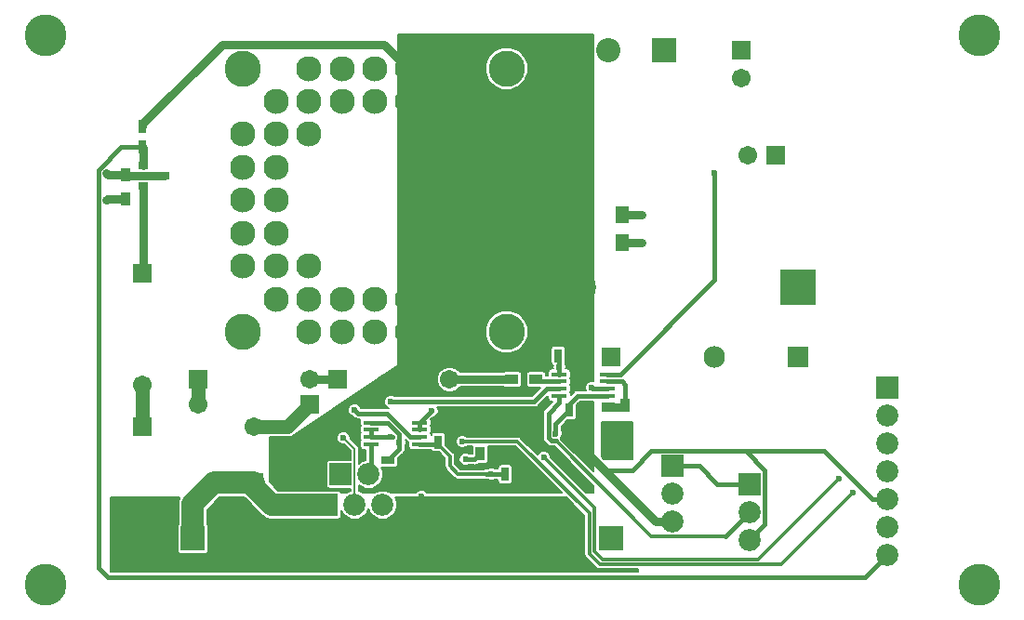
<source format=gbr>
G04 #@! TF.GenerationSoftware,KiCad,Pcbnew,(5.0.0)*
G04 #@! TF.CreationDate,2018-10-21T14:19:47+08:00*
G04 #@! TF.ProjectId,PSU 4CH V1_PCBV2,505355203443482056315F5043425632,rev?*
G04 #@! TF.SameCoordinates,Original*
G04 #@! TF.FileFunction,Copper,L2,Bot,Signal*
G04 #@! TF.FilePolarity,Positive*
%FSLAX46Y46*%
G04 Gerber Fmt 4.6, Leading zero omitted, Abs format (unit mm)*
G04 Created by KiCad (PCBNEW (5.0.0)) date 10/21/18 14:19:47*
%MOMM*%
%LPD*%
G01*
G04 APERTURE LIST*
G04 #@! TA.AperFunction,SMDPad,CuDef*
%ADD10R,1.200000X0.750000*%
G04 #@! TD*
G04 #@! TA.AperFunction,SMDPad,CuDef*
%ADD11R,0.750000X1.200000*%
G04 #@! TD*
G04 #@! TA.AperFunction,ComponentPad*
%ADD12C,1.716000*%
G04 #@! TD*
G04 #@! TA.AperFunction,ComponentPad*
%ADD13R,1.716000X1.716000*%
G04 #@! TD*
G04 #@! TA.AperFunction,SMDPad,CuDef*
%ADD14R,1.250000X1.500000*%
G04 #@! TD*
G04 #@! TA.AperFunction,ComponentPad*
%ADD15O,3.200000X3.200000*%
G04 #@! TD*
G04 #@! TA.AperFunction,ComponentPad*
%ADD16R,3.200000X3.200000*%
G04 #@! TD*
G04 #@! TA.AperFunction,ComponentPad*
%ADD17R,2.016000X2.016000*%
G04 #@! TD*
G04 #@! TA.AperFunction,ComponentPad*
%ADD18C,2.016000*%
G04 #@! TD*
G04 #@! TA.AperFunction,ComponentPad*
%ADD19C,2.216000*%
G04 #@! TD*
G04 #@! TA.AperFunction,ComponentPad*
%ADD20R,2.216000X2.216000*%
G04 #@! TD*
G04 #@! TA.AperFunction,ComponentPad*
%ADD21C,1.962000*%
G04 #@! TD*
G04 #@! TA.AperFunction,ComponentPad*
%ADD22R,1.962000X1.962000*%
G04 #@! TD*
G04 #@! TA.AperFunction,SMDPad,CuDef*
%ADD23R,0.900000X0.800000*%
G04 #@! TD*
G04 #@! TA.AperFunction,SMDPad,CuDef*
%ADD24R,0.900000X1.200000*%
G04 #@! TD*
G04 #@! TA.AperFunction,SMDPad,CuDef*
%ADD25R,1.200000X0.900000*%
G04 #@! TD*
G04 #@! TA.AperFunction,SMDPad,CuDef*
%ADD26R,1.300000X1.500000*%
G04 #@! TD*
G04 #@! TA.AperFunction,SMDPad,CuDef*
%ADD27R,1.450000X0.450000*%
G04 #@! TD*
G04 #@! TA.AperFunction,ComponentPad*
%ADD28C,3.800000*%
G04 #@! TD*
G04 #@! TA.AperFunction,ViaPad*
%ADD29C,3.300000*%
G04 #@! TD*
G04 #@! TA.AperFunction,ViaPad*
%ADD30C,2.300000*%
G04 #@! TD*
G04 #@! TA.AperFunction,ViaPad*
%ADD31C,0.600000*%
G04 #@! TD*
G04 #@! TA.AperFunction,Conductor*
%ADD32C,0.863600*%
G04 #@! TD*
G04 #@! TA.AperFunction,Conductor*
%ADD33C,0.736600*%
G04 #@! TD*
G04 #@! TA.AperFunction,Conductor*
%ADD34C,0.431800*%
G04 #@! TD*
G04 #@! TA.AperFunction,Conductor*
%ADD35C,0.304800*%
G04 #@! TD*
G04 #@! TA.AperFunction,Conductor*
%ADD36C,2.032000*%
G04 #@! TD*
G04 #@! TA.AperFunction,Conductor*
%ADD37C,1.270000*%
G04 #@! TD*
G04 #@! TA.AperFunction,Conductor*
%ADD38C,0.203200*%
G04 #@! TD*
G04 #@! TA.AperFunction,Conductor*
%ADD39C,0.200000*%
G04 #@! TD*
G04 APERTURE END LIST*
D10*
G04 #@! TO.P,C1,1*
G04 #@! TO.N,+5V*
X141224000Y-123698000D03*
G04 #@! TO.P,C1,2*
G04 #@! TO.N,GND*
X143124000Y-123698000D03*
G04 #@! TD*
D11*
G04 #@! TO.P,C3,2*
G04 #@! TO.N,GND*
X156718000Y-112268000D03*
G04 #@! TO.P,C3,1*
G04 #@! TO.N,+5V*
X156718000Y-114168000D03*
G04 #@! TD*
G04 #@! TO.P,C4,2*
G04 #@! TO.N,-0V5*
X145796000Y-122052000D03*
G04 #@! TO.P,C4,1*
G04 #@! TO.N,GND*
X145796000Y-123952000D03*
G04 #@! TD*
G04 #@! TO.P,C5,1*
G04 #@! TO.N,GND*
X151892000Y-123068000D03*
G04 #@! TO.P,C5,2*
G04 #@! TO.N,-0V5*
X151892000Y-124968000D03*
G04 #@! TD*
G04 #@! TO.P,C6,2*
G04 #@! TO.N,-0V5*
X157734000Y-119126000D03*
G04 #@! TO.P,C6,1*
G04 #@! TO.N,GND*
X157734000Y-121026000D03*
G04 #@! TD*
G04 #@! TO.P,C7,1*
G04 #@! TO.N,GND*
X118872000Y-93284000D03*
G04 #@! TO.P,C7,2*
G04 #@! TO.N,-2V8*
X118872000Y-95184000D03*
G04 #@! TD*
D12*
G04 #@! TO.P,C9,2*
G04 #@! TO.N,GND*
X173990000Y-95885000D03*
D13*
G04 #@! TO.P,C9,1*
G04 #@! TO.N,/Input-V+*
X176530000Y-95885000D03*
G04 #@! TD*
G04 #@! TO.P,C10,1*
G04 #@! TO.N,/Input-V+*
X173355000Y-86360000D03*
D12*
G04 #@! TO.P,C10,2*
G04 #@! TO.N,GND*
X173355000Y-88900000D03*
G04 #@! TD*
D14*
G04 #@! TO.P,C11,2*
G04 #@! TO.N,Net-(C11-Pad2)*
X162560000Y-101366000D03*
G04 #@! TO.P,C11,1*
G04 #@! TO.N,Net-(C11-Pad1)*
X162560000Y-103866000D03*
G04 #@! TD*
D12*
G04 #@! TO.P,C12,2*
G04 #@! TO.N,GND*
X159004000Y-114300000D03*
D13*
G04 #@! TO.P,C12,1*
G04 #@! TO.N,/Output-Buck*
X161544000Y-114300000D03*
G04 #@! TD*
G04 #@! TO.P,C13,1*
G04 #@! TO.N,/Output-Buck*
X161544000Y-122682000D03*
D12*
G04 #@! TO.P,C13,2*
G04 #@! TO.N,GND*
X159004000Y-122682000D03*
G04 #@! TD*
D10*
G04 #@! TO.P,C14,1*
G04 #@! TO.N,/Output-Buck*
X161158000Y-120650000D03*
G04 #@! TO.P,C14,2*
G04 #@! TO.N,GND*
X159258000Y-120650000D03*
G04 #@! TD*
D12*
G04 #@! TO.P,C15,2*
G04 #@! TO.N,GND*
X131572000Y-125730000D03*
D13*
G04 #@! TO.P,C15,1*
G04 #@! TO.N,/Output-Linear*
X129032000Y-125730000D03*
G04 #@! TD*
D12*
G04 #@! TO.P,D1,2*
G04 #@! TO.N,Net-(D1-Pad2)*
X146812000Y-116332000D03*
D13*
G04 #@! TO.P,D1,1*
G04 #@! TO.N,Net-(D1-Pad1)*
X136652520Y-116334540D03*
G04 #@! TD*
G04 #@! TO.P,D2,1*
G04 #@! TO.N,Net-(D2-Pad1)*
X123952520Y-116329460D03*
D12*
G04 #@! TO.P,D2,2*
G04 #@! TO.N,Net-(D1-Pad1)*
X134112000Y-116332000D03*
G04 #@! TD*
G04 #@! TO.P,D3,2*
G04 #@! TO.N,Net-(D2-Pad1)*
X123952000Y-118618000D03*
D13*
G04 #@! TO.P,D3,1*
G04 #@! TO.N,Net-(D3-Pad1)*
X134111480Y-118620540D03*
G04 #@! TD*
D12*
G04 #@! TO.P,D4,2*
G04 #@! TO.N,Net-(D3-Pad1)*
X129032000Y-120650000D03*
D13*
G04 #@! TO.P,D4,1*
G04 #@! TO.N,Net-(D4-Pad1)*
X118872520Y-120647460D03*
G04 #@! TD*
G04 #@! TO.P,D5,1*
G04 #@! TO.N,Net-(D5-Pad1)*
X118869460Y-106680520D03*
D12*
G04 #@! TO.P,D5,2*
G04 #@! TO.N,Net-(D4-Pad1)*
X118872000Y-116840000D03*
G04 #@! TD*
D15*
G04 #@! TO.P,D6,2*
G04 #@! TO.N,GND*
X158562000Y-107950000D03*
D16*
G04 #@! TO.P,D6,1*
G04 #@! TO.N,Net-(C11-Pad1)*
X178562000Y-107950000D03*
G04 #@! TD*
D17*
G04 #@! TO.P,DAC1,1*
G04 #@! TO.N,+3V3*
X167132000Y-124206000D03*
D18*
G04 #@! TO.P,DAC1,2*
G04 #@! TO.N,/DAC_BUCK*
X167132000Y-126746000D03*
G04 #@! TO.P,DAC1,3*
G04 #@! TO.N,GND*
X167132000Y-129286000D03*
G04 #@! TD*
G04 #@! TO.P,DAC2,3*
G04 #@! TO.N,GND*
X174117000Y-130937000D03*
G04 #@! TO.P,DAC2,2*
G04 #@! TO.N,/DAC_LINEAR*
X174117000Y-128397000D03*
D17*
G04 #@! TO.P,DAC2,1*
G04 #@! TO.N,+3V3*
X174117000Y-125857000D03*
G04 #@! TD*
D18*
G04 #@! TO.P,J1,7*
G04 #@! TO.N,-2V8*
X186690000Y-132334000D03*
G04 #@! TO.P,J1,6*
G04 #@! TO.N,-0V5*
X186690000Y-129794000D03*
G04 #@! TO.P,J1,5*
G04 #@! TO.N,GND*
X186690000Y-127254000D03*
G04 #@! TO.P,J1,4*
G04 #@! TO.N,/I-ADC*
X186690000Y-124714000D03*
G04 #@! TO.P,J1,3*
G04 #@! TO.N,/V-ADC*
X186690000Y-122174000D03*
G04 #@! TO.P,J1,2*
G04 #@! TO.N,+3V3*
X186690000Y-119634000D03*
D17*
G04 #@! TO.P,J1,1*
G04 #@! TO.N,+5V*
X186690000Y-117094000D03*
G04 #@! TD*
D19*
G04 #@! TO.P,J2,2*
G04 #@! TO.N,/Output-GND*
X118364000Y-130810000D03*
D20*
G04 #@! TO.P,J2,1*
G04 #@! TO.N,/Output-Linear*
X123444000Y-130810000D03*
G04 #@! TD*
D18*
G04 #@! TO.P,J3,2*
G04 #@! TO.N,/Vfb-*
X139446000Y-124968000D03*
D17*
G04 #@! TO.P,J3,1*
G04 #@! TO.N,/Vfb+*
X136906000Y-124968000D03*
G04 #@! TD*
D20*
G04 #@! TO.P,J4,1*
G04 #@! TO.N,/Output-Buck*
X161544000Y-130810000D03*
D19*
G04 #@! TO.P,J4,2*
G04 #@! TO.N,/Output-GND*
X156464000Y-130810000D03*
G04 #@! TD*
D18*
G04 #@! TO.P,J5,3*
G04 #@! TO.N,/Output-Buck*
X140716000Y-127762000D03*
G04 #@! TO.P,J5,2*
G04 #@! TO.N,Net-(J5-Pad2)*
X138176000Y-127762000D03*
D17*
G04 #@! TO.P,J5,1*
G04 #@! TO.N,/Output-Linear*
X135636000Y-127762000D03*
G04 #@! TD*
D19*
G04 #@! TO.P,J6,2*
G04 #@! TO.N,GND*
X161290000Y-86360000D03*
D20*
G04 #@! TO.P,J6,1*
G04 #@! TO.N,/Input-V+*
X166370000Y-86360000D03*
G04 #@! TD*
D21*
G04 #@! TO.P,L1,2*
G04 #@! TO.N,/Output-Buck*
X170942000Y-114300000D03*
D22*
G04 #@! TO.P,L1,1*
G04 #@! TO.N,Net-(C11-Pad1)*
X178562000Y-114300000D03*
G04 #@! TD*
D23*
G04 #@! TO.P,Q1,3*
G04 #@! TO.N,/Vfb-Linear*
X120888000Y-97790000D03*
G04 #@! TO.P,Q1,2*
G04 #@! TO.N,-2V8*
X118888000Y-96840000D03*
G04 #@! TO.P,Q1,1*
G04 #@! TO.N,Net-(D5-Pad1)*
X118888000Y-98740000D03*
G04 #@! TD*
D24*
G04 #@! TO.P,R1,1*
G04 #@! TO.N,/Output-Buck*
X162814000Y-120904000D03*
G04 #@! TO.P,R1,2*
G04 #@! TO.N,Net-(R1-Pad2)*
X162814000Y-118704000D03*
G04 #@! TD*
D25*
G04 #@! TO.P,R2,2*
G04 #@! TO.N,GND*
X159090000Y-118872000D03*
G04 #@! TO.P,R2,1*
G04 #@! TO.N,Net-(R1-Pad2)*
X161290000Y-118872000D03*
G04 #@! TD*
D24*
G04 #@! TO.P,R3,1*
G04 #@! TO.N,/Output-Linear*
X117348000Y-99906000D03*
G04 #@! TO.P,R3,2*
G04 #@! TO.N,/Vfb-Linear*
X117348000Y-97706000D03*
G04 #@! TD*
D26*
G04 #@! TO.P,R12,2*
G04 #@! TO.N,GND*
X145200799Y-125688799D03*
G04 #@! TO.P,R12,1*
G04 #@! TO.N,/Output-GND*
X145200799Y-128388799D03*
G04 #@! TD*
G04 #@! TO.P,R13,1*
G04 #@! TO.N,/Output-GND*
X143320799Y-128388799D03*
G04 #@! TO.P,R13,2*
G04 #@! TO.N,GND*
X143320799Y-125688799D03*
G04 #@! TD*
D24*
G04 #@! TO.P,R15,1*
G04 #@! TO.N,Net-(R14-Pad2)*
X149606000Y-123104000D03*
G04 #@! TO.P,R15,2*
G04 #@! TO.N,GND*
X149606000Y-120904000D03*
G04 #@! TD*
D25*
G04 #@! TO.P,R18,2*
G04 #@! TO.N,Net-(R18-Pad2)*
X154686000Y-116332000D03*
G04 #@! TO.P,R18,1*
G04 #@! TO.N,Net-(D1-Pad2)*
X152486000Y-116332000D03*
G04 #@! TD*
D27*
G04 #@! TO.P,U1,1*
G04 #@! TO.N,Net-(R8-Pad2)*
X144100000Y-120254000D03*
G04 #@! TO.P,U1,2*
X144100000Y-120904000D03*
G04 #@! TO.P,U1,3*
G04 #@! TO.N,Net-(R5-Pad2)*
X144100000Y-121554000D03*
G04 #@! TO.P,U1,4*
G04 #@! TO.N,-0V5*
X144100000Y-122204000D03*
G04 #@! TO.P,U1,5*
G04 #@! TO.N,/Vfb-*
X139700000Y-122204000D03*
G04 #@! TO.P,U1,6*
G04 #@! TO.N,Net-(R10-Pad2)*
X139700000Y-121554000D03*
G04 #@! TO.P,U1,7*
X139700000Y-120904000D03*
G04 #@! TO.P,U1,8*
G04 #@! TO.N,+5V*
X139700000Y-120254000D03*
G04 #@! TD*
G04 #@! TO.P,U3,1*
G04 #@! TO.N,/Vfb-Buck*
X161204000Y-115865000D03*
G04 #@! TO.P,U3,2*
G04 #@! TO.N,Net-(R1-Pad2)*
X161204000Y-116515000D03*
G04 #@! TO.P,U3,3*
G04 #@! TO.N,/DAC_BUCK*
X161204000Y-117165000D03*
G04 #@! TO.P,U3,4*
G04 #@! TO.N,-0V5*
X161204000Y-117815000D03*
G04 #@! TO.P,U3,5*
G04 #@! TO.N,/DAC_LINEAR*
X156804000Y-117815000D03*
G04 #@! TO.P,U3,6*
G04 #@! TO.N,Net-(R16-Pad2)*
X156804000Y-117165000D03*
G04 #@! TO.P,U3,7*
G04 #@! TO.N,Net-(R18-Pad2)*
X156804000Y-116515000D03*
G04 #@! TO.P,U3,8*
G04 #@! TO.N,+5V*
X156804000Y-115865000D03*
G04 #@! TD*
D28*
G04 #@! TO.P,REF\002A\002A,1*
G04 #@! TO.N,N/C*
X110000000Y-135000000D03*
G04 #@! TD*
G04 #@! TO.P,REF\002A\002A,1*
G04 #@! TO.N,N/C*
X195000000Y-135000000D03*
G04 #@! TD*
G04 #@! TO.P,REF\002A\002A,1*
G04 #@! TO.N,N/C*
X195000000Y-85000000D03*
G04 #@! TD*
G04 #@! TO.P,REF\002A\002A,1*
G04 #@! TO.N,N/C*
X110000000Y-85000000D03*
G04 #@! TD*
D29*
G04 #@! TO.N,*
X152000000Y-88000000D03*
X152000000Y-112000000D03*
X128000000Y-112000000D03*
X128000000Y-88000000D03*
D30*
G04 #@! TO.N,GND*
X143000000Y-112000000D03*
X146000000Y-112000000D03*
X149000000Y-109000000D03*
X146000000Y-109000000D03*
X146000000Y-106000000D03*
X149000000Y-106000000D03*
X152000000Y-106000000D03*
X152000000Y-103000000D03*
X152000000Y-100000000D03*
X149000000Y-100000000D03*
X149000000Y-103000000D03*
X149000000Y-97000000D03*
X152000000Y-97000000D03*
X152000000Y-94000000D03*
X149000000Y-94000000D03*
X149000000Y-91000000D03*
X146000000Y-91000000D03*
X146000000Y-88000000D03*
X143000000Y-88000000D03*
X143000000Y-91000000D03*
X143000000Y-109000000D03*
X146000000Y-94000000D03*
D31*
X144272000Y-124206000D03*
X154813000Y-119761000D03*
G04 #@! TO.N,+5V*
X156804000Y-115189000D03*
X142240000Y-122047000D03*
G04 #@! TO.N,-0V5*
X150622000Y-124968000D03*
X156464000Y-121285000D03*
G04 #@! TO.N,Net-(C11-Pad2)*
X164338000Y-101346000D03*
G04 #@! TO.N,Net-(C11-Pad1)*
X164338000Y-103886000D03*
D30*
G04 #@! TO.N,/Output-Linear*
X140000000Y-88000000D03*
X137000000Y-112000000D03*
X140000000Y-112000000D03*
X140000000Y-91000000D03*
X137000000Y-91000000D03*
X134000000Y-91000000D03*
X134000000Y-88000000D03*
X137000000Y-88000000D03*
X131000000Y-91000000D03*
X128000000Y-94000000D03*
X131000000Y-94000000D03*
X134000000Y-94000000D03*
X131000000Y-97000000D03*
X128000000Y-97000000D03*
X128000000Y-100000000D03*
X128000000Y-103000000D03*
X128000000Y-106000000D03*
X131000000Y-106000000D03*
X131000000Y-103000000D03*
X131000000Y-100000000D03*
X131000000Y-109000000D03*
X134000000Y-112000000D03*
X134000000Y-109000000D03*
X134000000Y-106000000D03*
X137000000Y-109000000D03*
X140000000Y-109000000D03*
D31*
X115570000Y-100000000D03*
G04 #@! TO.N,/DAC_BUCK*
X159766000Y-117094000D03*
G04 #@! TO.N,/I-ADC*
X147955000Y-121994000D03*
X183515000Y-126619000D03*
G04 #@! TO.N,/V-ADC*
X155384500Y-123439300D03*
X182245000Y-125349000D03*
G04 #@! TO.N,Net-(J5-Pad2)*
X137160000Y-121666000D03*
G04 #@! TO.N,/Vfb-Linear*
X115570000Y-97536000D03*
G04 #@! TO.N,Net-(R5-Pad2)*
X138176000Y-119126000D03*
G04 #@! TO.N,Net-(R8-Pad2)*
X145202000Y-119212000D03*
G04 #@! TO.N,Net-(R10-Pad2)*
X141478000Y-121539000D03*
G04 #@! TO.N,Net-(R14-Pad2)*
X148259800Y-123621800D03*
G04 #@! TO.N,Net-(R16-Pad2)*
X141478000Y-118364000D03*
G04 #@! TO.N,/Vfb-Buck*
X170942000Y-97536000D03*
G04 #@! TO.N,/Output-GND*
X144272000Y-126974600D03*
G04 #@! TD*
D32*
G04 #@! TO.N,GND*
X159090000Y-120482000D02*
X159258000Y-120650000D01*
X159090000Y-118872000D02*
X159090000Y-120482000D01*
X159258000Y-122428000D02*
X159004000Y-122682000D01*
X159258000Y-120650000D02*
X159258000Y-122428000D01*
D33*
X156972000Y-112268000D02*
X159004000Y-114300000D01*
X156718000Y-112268000D02*
X156972000Y-112268000D01*
X157734000Y-121412000D02*
X159004000Y-122682000D01*
X157734000Y-121026000D02*
X157734000Y-121412000D01*
X143320799Y-125688799D02*
X143320799Y-125157201D01*
X143320799Y-125157201D02*
X144272000Y-124206000D01*
X145200799Y-125134799D02*
X144272000Y-124206000D01*
X145200799Y-125688799D02*
X145200799Y-125134799D01*
X141850001Y-86850001D02*
X143000000Y-88000000D01*
X140854699Y-85854699D02*
X141850001Y-86850001D01*
X126076301Y-85854699D02*
X140854699Y-85854699D01*
X118872000Y-93059000D02*
X126076301Y-85854699D01*
X118872000Y-93284000D02*
X118872000Y-93059000D01*
X167132000Y-129286000D02*
X165608000Y-129286000D01*
D34*
X173748321Y-122855099D02*
X165180901Y-122855099D01*
X175514000Y-124620778D02*
X173748321Y-122855099D01*
X174117000Y-130937000D02*
X175514000Y-129540000D01*
X175514000Y-129540000D02*
X175514000Y-124620778D01*
X163449000Y-124587000D02*
X160909000Y-124587000D01*
X165180901Y-122855099D02*
X163449000Y-124587000D01*
D33*
X165608000Y-129286000D02*
X160909000Y-124587000D01*
X160909000Y-124587000D02*
X159004000Y-122682000D01*
D34*
X180865572Y-122855099D02*
X173748321Y-122855099D01*
X185264473Y-127254000D02*
X180865572Y-122855099D01*
X186690000Y-127254000D02*
X185264473Y-127254000D01*
G04 #@! TO.N,+5V*
X156804000Y-114254000D02*
X156718000Y-114168000D01*
X156804000Y-115189000D02*
X156804000Y-114254000D01*
X156804000Y-115865000D02*
X156804000Y-115189000D01*
X142240000Y-122682000D02*
X141224000Y-123698000D01*
X139700000Y-120254000D02*
X141165724Y-120254000D01*
X141165724Y-120254000D02*
X142240000Y-121328276D01*
X142240000Y-122047000D02*
X142240000Y-122682000D01*
X142240000Y-121328276D02*
X142240000Y-122047000D01*
G04 #@! TO.N,-0V5*
X157734000Y-118560778D02*
X157734000Y-119126000D01*
X158479778Y-117815000D02*
X157734000Y-118560778D01*
X161204000Y-117815000D02*
X158479778Y-117815000D01*
X150622000Y-124968000D02*
X151892000Y-124968000D01*
X157734000Y-119126000D02*
X156464000Y-120396000D01*
X156464000Y-120396000D02*
X156464000Y-121285000D01*
X145644000Y-122204000D02*
X145796000Y-122052000D01*
X144100000Y-122204000D02*
X145644000Y-122204000D01*
X150197736Y-124968000D02*
X150622000Y-124968000D01*
D35*
X148487000Y-124968000D02*
X150197736Y-124968000D01*
D34*
X145796000Y-122052000D02*
X145796000Y-122277000D01*
D35*
X146836000Y-123317000D02*
X146836000Y-124230000D01*
X145796000Y-122277000D02*
X146836000Y-123317000D01*
X147574000Y-124968000D02*
X148487000Y-124968000D01*
X146836000Y-124230000D02*
X147574000Y-124968000D01*
D33*
G04 #@! TO.N,-2V8*
X118888000Y-95200000D02*
X118872000Y-95184000D01*
X118888000Y-96840000D02*
X118888000Y-95200000D01*
D34*
X184658000Y-134366000D02*
X186690000Y-132334000D01*
X115697000Y-134366000D02*
X184658000Y-134366000D01*
X114858791Y-133527791D02*
X115697000Y-134366000D01*
X114858791Y-97241407D02*
X114858791Y-133527791D01*
X118872000Y-95184000D02*
X116916198Y-95184000D01*
X116916198Y-95184000D02*
X114858791Y-97241407D01*
D33*
G04 #@! TO.N,Net-(C11-Pad2)*
X162560000Y-101366000D02*
X164318000Y-101366000D01*
X164318000Y-101366000D02*
X164338000Y-101346000D01*
G04 #@! TO.N,Net-(C11-Pad1)*
X162580000Y-103886000D02*
X162560000Y-103866000D01*
X164338000Y-103886000D02*
X162580000Y-103886000D01*
G04 #@! TO.N,/Output-Buck*
X161158000Y-122296000D02*
X161544000Y-122682000D01*
G04 #@! TO.N,/Output-Linear*
X115664000Y-99906000D02*
X115570000Y-100000000D01*
X117348000Y-99906000D02*
X115664000Y-99906000D01*
D36*
X123444000Y-127670000D02*
X125384000Y-125730000D01*
X123444000Y-130810000D02*
X123444000Y-127670000D01*
X125384000Y-125730000D02*
X129032000Y-125730000D01*
X129032000Y-126151482D02*
X129032000Y-125730000D01*
X130642518Y-127762000D02*
X129032000Y-126151482D01*
X135636000Y-127762000D02*
X130642518Y-127762000D01*
D33*
G04 #@! TO.N,Net-(D1-Pad2)*
X152486000Y-116332000D02*
X146812000Y-116332000D01*
G04 #@! TO.N,Net-(D1-Pad1)*
X134114540Y-116334540D02*
X134112000Y-116332000D01*
X136652520Y-116334540D02*
X134114540Y-116334540D01*
D37*
G04 #@! TO.N,Net-(D2-Pad1)*
X123952520Y-118617480D02*
X123952000Y-118618000D01*
X123952520Y-116329460D02*
X123952520Y-118617480D01*
G04 #@! TO.N,Net-(D3-Pad1)*
X132082020Y-120650000D02*
X134111480Y-118620540D01*
X129032000Y-120650000D02*
X132082020Y-120650000D01*
G04 #@! TO.N,Net-(D4-Pad1)*
X118872520Y-116840520D02*
X118872000Y-116840000D01*
X118872520Y-120647460D02*
X118872520Y-116840520D01*
D33*
G04 #@! TO.N,Net-(D5-Pad1)*
X118888000Y-106661980D02*
X118869460Y-106680520D01*
X118888000Y-98740000D02*
X118888000Y-106661980D01*
D34*
G04 #@! TO.N,/DAC_LINEAR*
X156804000Y-118471800D02*
X156804000Y-117815000D01*
X155821099Y-119454701D02*
X156804000Y-118471800D01*
X174117000Y-128397000D02*
X171877099Y-130636901D01*
D35*
X171877099Y-130636901D02*
X165181567Y-130636901D01*
X165181567Y-130636901D02*
X156472567Y-121927901D01*
D34*
X156472567Y-121927901D02*
X156090901Y-121927901D01*
X156090901Y-121927901D02*
X155821099Y-121658099D01*
X155821099Y-121658099D02*
X155821099Y-119454701D01*
G04 #@! TO.N,/DAC_BUCK*
X161204000Y-117165000D02*
X159837000Y-117165000D01*
X159837000Y-117165000D02*
X159766000Y-117094000D01*
D35*
G04 #@! TO.N,/I-ADC*
X159536268Y-131088268D02*
X159536268Y-132231268D01*
X176987190Y-133146810D02*
X183515000Y-126619000D01*
X159536268Y-132231268D02*
X160451810Y-133146810D01*
X160451810Y-133146810D02*
X176987190Y-133146810D01*
X159536268Y-128548268D02*
X159536268Y-131088268D01*
X147955000Y-121994000D02*
X152982000Y-121994000D01*
X152982000Y-121994000D02*
X159536268Y-128548268D01*
G04 #@! TO.N,/V-ADC*
X159968078Y-128022878D02*
X155384500Y-123439300D01*
X159968078Y-131953000D02*
X159968078Y-128022878D01*
X159968078Y-131953000D02*
X160730078Y-132715000D01*
X174879000Y-132715000D02*
X182245000Y-125349000D01*
X174244000Y-132715000D02*
X174879000Y-132715000D01*
X160730078Y-132715000D02*
X174244000Y-132715000D01*
D34*
G04 #@! TO.N,/Vfb-*
X139700000Y-124714000D02*
X139446000Y-124968000D01*
X139700000Y-122204000D02*
X139700000Y-124714000D01*
D38*
G04 #@! TO.N,Net-(J5-Pad2)*
X138176000Y-122682000D02*
X137160000Y-121666000D01*
X138176000Y-127762000D02*
X138176000Y-122682000D01*
D33*
G04 #@! TO.N,/Vfb-Linear*
X117348000Y-97706000D02*
X115740000Y-97706000D01*
X115740000Y-97706000D02*
X115570000Y-97536000D01*
X117432000Y-97790000D02*
X117348000Y-97706000D01*
X120888000Y-97790000D02*
X117432000Y-97790000D01*
G04 #@! TO.N,Net-(R1-Pad2)*
X162646000Y-118872000D02*
X162814000Y-118704000D01*
X161290000Y-118872000D02*
X162646000Y-118872000D01*
D34*
X161204000Y-116515000D02*
X162489000Y-116515000D01*
X162814000Y-116840000D02*
X162814000Y-118704000D01*
X162489000Y-116515000D02*
X162814000Y-116840000D01*
G04 #@! TO.N,Net-(R5-Pad2)*
X143256000Y-121554000D02*
X144100000Y-121554000D01*
X141127999Y-119425999D02*
X143256000Y-121554000D01*
X138176000Y-119126000D02*
X138475999Y-119425999D01*
X138475999Y-119425999D02*
X141127999Y-119425999D01*
G04 #@! TO.N,Net-(R8-Pad2)*
X144100000Y-120904000D02*
X144100000Y-120254000D01*
X145142000Y-119212000D02*
X144100000Y-120254000D01*
X145202000Y-119212000D02*
X145142000Y-119212000D01*
G04 #@! TO.N,Net-(R10-Pad2)*
X139700000Y-120904000D02*
X139700000Y-121554000D01*
X140731000Y-121539000D02*
X141605000Y-121539000D01*
X140716000Y-121554000D02*
X140731000Y-121539000D01*
X139700000Y-121554000D02*
X140716000Y-121554000D01*
G04 #@! TO.N,Net-(R14-Pad2)*
X149083000Y-123627000D02*
X149606000Y-123104000D01*
X148336000Y-123627000D02*
X149083000Y-123627000D01*
G04 #@! TO.N,Net-(R16-Pad2)*
X154503000Y-118364000D02*
X155702000Y-117165000D01*
X141478000Y-118364000D02*
X154503000Y-118364000D01*
X156804000Y-117165000D02*
X155702000Y-117165000D01*
G04 #@! TO.N,Net-(R18-Pad2)*
X154869000Y-116515000D02*
X154686000Y-116332000D01*
X156804000Y-116515000D02*
X154869000Y-116515000D01*
G04 #@! TO.N,/Vfb-Buck*
X170942000Y-107283800D02*
X170942000Y-106172000D01*
X162360800Y-115865000D02*
X170942000Y-107283800D01*
X161204000Y-115865000D02*
X162360800Y-115865000D01*
X170942000Y-106172000D02*
X170942000Y-97536000D01*
G04 #@! TO.N,/Output-GND*
X144272000Y-127460000D02*
X145200799Y-128388799D01*
X144272000Y-126974600D02*
X144272000Y-127460000D01*
X143343201Y-128388799D02*
X144272000Y-127460000D01*
X143320799Y-128388799D02*
X143343201Y-128388799D01*
G04 #@! TO.N,+3V3*
X167132000Y-124206000D02*
X169545000Y-124206000D01*
X171196000Y-125857000D02*
X174117000Y-125857000D01*
X169545000Y-124206000D02*
X171196000Y-125857000D01*
G04 #@! TD*
D39*
G04 #@! TO.N,/Output-Buck*
G36*
X163476000Y-123598000D02*
X160865118Y-123598000D01*
X160628000Y-123360882D01*
X160628000Y-120242000D01*
X163476000Y-120242000D01*
X163476000Y-123598000D01*
X163476000Y-123598000D01*
G37*
X163476000Y-123598000D02*
X160865118Y-123598000D01*
X160628000Y-123360882D01*
X160628000Y-120242000D01*
X163476000Y-120242000D01*
X163476000Y-123598000D01*
G04 #@! TO.N,/Output-GND*
G36*
X122204357Y-127156523D02*
X122135673Y-127501823D01*
X122102220Y-127670000D01*
X122128001Y-127799609D01*
X122128000Y-129480174D01*
X122119712Y-129485712D01*
X122053407Y-129584946D01*
X122030123Y-129702000D01*
X122030123Y-131918000D01*
X122053407Y-132035054D01*
X122119712Y-132134288D01*
X122218946Y-132200593D01*
X122336000Y-132223877D01*
X124552000Y-132223877D01*
X124669054Y-132200593D01*
X124768288Y-132134288D01*
X124834593Y-132035054D01*
X124857877Y-131918000D01*
X124857877Y-129702000D01*
X124834593Y-129584946D01*
X124768288Y-129485712D01*
X124760000Y-129480174D01*
X124760000Y-128215104D01*
X125875105Y-127100000D01*
X128083042Y-127100000D01*
X128083218Y-127100264D01*
X128193096Y-127173683D01*
X129620319Y-128600906D01*
X129693736Y-128710782D01*
X129803612Y-128784199D01*
X129803613Y-128784200D01*
X129933323Y-128870869D01*
X130129041Y-129001644D01*
X130512908Y-129078000D01*
X130512912Y-129078000D01*
X130642517Y-129103780D01*
X130772122Y-129078000D01*
X135765610Y-129078000D01*
X135776283Y-129075877D01*
X136644000Y-129075877D01*
X136761054Y-129052593D01*
X136860288Y-128986288D01*
X136926593Y-128887054D01*
X136949877Y-128770000D01*
X136949877Y-128219846D01*
X137067131Y-128502922D01*
X137435078Y-128870869D01*
X137915823Y-129070000D01*
X138436177Y-129070000D01*
X138916922Y-128870869D01*
X139284869Y-128502922D01*
X139446000Y-128113917D01*
X139607131Y-128502922D01*
X139975078Y-128870869D01*
X140455823Y-129070000D01*
X140976177Y-129070000D01*
X141456922Y-128870869D01*
X141824869Y-128502922D01*
X142024000Y-128022177D01*
X142024000Y-127501823D01*
X141857560Y-127100000D01*
X157448210Y-127100000D01*
X159083868Y-128735658D01*
X159083869Y-131043707D01*
X159083868Y-131043712D01*
X159083869Y-132186711D01*
X159075006Y-132231268D01*
X159110117Y-132407785D01*
X159122696Y-132426611D01*
X159210107Y-132557430D01*
X159247880Y-132582669D01*
X160100408Y-133435198D01*
X160125648Y-133472972D01*
X160275292Y-133572961D01*
X160407253Y-133599210D01*
X160407257Y-133599210D01*
X160451810Y-133608072D01*
X160496363Y-133599210D01*
X163984000Y-133599210D01*
X163984000Y-133850100D01*
X115924000Y-133850100D01*
X115924000Y-127100000D01*
X122242124Y-127100000D01*
X122204357Y-127156523D01*
X122204357Y-127156523D01*
G37*
X122204357Y-127156523D02*
X122135673Y-127501823D01*
X122102220Y-127670000D01*
X122128001Y-127799609D01*
X122128000Y-129480174D01*
X122119712Y-129485712D01*
X122053407Y-129584946D01*
X122030123Y-129702000D01*
X122030123Y-131918000D01*
X122053407Y-132035054D01*
X122119712Y-132134288D01*
X122218946Y-132200593D01*
X122336000Y-132223877D01*
X124552000Y-132223877D01*
X124669054Y-132200593D01*
X124768288Y-132134288D01*
X124834593Y-132035054D01*
X124857877Y-131918000D01*
X124857877Y-129702000D01*
X124834593Y-129584946D01*
X124768288Y-129485712D01*
X124760000Y-129480174D01*
X124760000Y-128215104D01*
X125875105Y-127100000D01*
X128083042Y-127100000D01*
X128083218Y-127100264D01*
X128193096Y-127173683D01*
X129620319Y-128600906D01*
X129693736Y-128710782D01*
X129803612Y-128784199D01*
X129803613Y-128784200D01*
X129933323Y-128870869D01*
X130129041Y-129001644D01*
X130512908Y-129078000D01*
X130512912Y-129078000D01*
X130642517Y-129103780D01*
X130772122Y-129078000D01*
X135765610Y-129078000D01*
X135776283Y-129075877D01*
X136644000Y-129075877D01*
X136761054Y-129052593D01*
X136860288Y-128986288D01*
X136926593Y-128887054D01*
X136949877Y-128770000D01*
X136949877Y-128219846D01*
X137067131Y-128502922D01*
X137435078Y-128870869D01*
X137915823Y-129070000D01*
X138436177Y-129070000D01*
X138916922Y-128870869D01*
X139284869Y-128502922D01*
X139446000Y-128113917D01*
X139607131Y-128502922D01*
X139975078Y-128870869D01*
X140455823Y-129070000D01*
X140976177Y-129070000D01*
X141456922Y-128870869D01*
X141824869Y-128502922D01*
X142024000Y-128022177D01*
X142024000Y-127501823D01*
X141857560Y-127100000D01*
X157448210Y-127100000D01*
X159083868Y-128735658D01*
X159083869Y-131043707D01*
X159083868Y-131043712D01*
X159083869Y-132186711D01*
X159075006Y-132231268D01*
X159110117Y-132407785D01*
X159122696Y-132426611D01*
X159210107Y-132557430D01*
X159247880Y-132582669D01*
X160100408Y-133435198D01*
X160125648Y-133472972D01*
X160275292Y-133572961D01*
X160407253Y-133599210D01*
X160407257Y-133599210D01*
X160451810Y-133608072D01*
X160496363Y-133599210D01*
X163984000Y-133599210D01*
X163984000Y-133850100D01*
X115924000Y-133850100D01*
X115924000Y-127100000D01*
X122242124Y-127100000D01*
X122204357Y-127156523D01*
G04 #@! TO.N,GND*
G36*
X155773123Y-118040000D02*
X155796407Y-118157054D01*
X155862712Y-118256288D01*
X155961946Y-118322593D01*
X156079000Y-118345877D01*
X156200330Y-118345877D01*
X155492231Y-119053977D01*
X155449157Y-119082758D01*
X155420376Y-119125832D01*
X155420374Y-119125834D01*
X155335133Y-119253407D01*
X155295093Y-119454701D01*
X155305200Y-119505512D01*
X155305199Y-121607293D01*
X155295093Y-121658099D01*
X155305199Y-121708905D01*
X155305199Y-121708909D01*
X155335132Y-121859392D01*
X155449156Y-122030042D01*
X155492233Y-122058825D01*
X155690175Y-122256767D01*
X155718958Y-122299844D01*
X155857572Y-122392463D01*
X155889607Y-122413868D01*
X156090901Y-122453908D01*
X156141712Y-122443801D01*
X156348678Y-122443801D01*
X159920000Y-126015123D01*
X159920000Y-126646000D01*
X159230990Y-126646000D01*
X155984500Y-123399511D01*
X155984500Y-123319953D01*
X155893156Y-123099427D01*
X155724373Y-122930644D01*
X155503847Y-122839300D01*
X155265153Y-122839300D01*
X155044627Y-122930644D01*
X154875844Y-123099427D01*
X154832312Y-123204523D01*
X153333403Y-121705614D01*
X153308162Y-121667838D01*
X153158518Y-121567849D01*
X153026557Y-121541600D01*
X153026553Y-121541600D01*
X152982000Y-121532738D01*
X152937447Y-121541600D01*
X148351129Y-121541600D01*
X148294873Y-121485344D01*
X148074347Y-121394000D01*
X147835653Y-121394000D01*
X147615127Y-121485344D01*
X147446344Y-121654127D01*
X147355000Y-121874653D01*
X147355000Y-122113347D01*
X147446344Y-122333873D01*
X147615127Y-122502656D01*
X147835653Y-122594000D01*
X148074347Y-122594000D01*
X148294873Y-122502656D01*
X148351129Y-122446400D01*
X148861581Y-122446400D01*
X148850123Y-122504000D01*
X148850123Y-123111100D01*
X148594738Y-123111100D01*
X148379147Y-123021800D01*
X148140453Y-123021800D01*
X147919927Y-123113144D01*
X147751144Y-123281927D01*
X147659800Y-123502453D01*
X147659800Y-123741147D01*
X147751144Y-123961673D01*
X147919927Y-124130456D01*
X148140453Y-124221800D01*
X148379147Y-124221800D01*
X148569630Y-124142900D01*
X149032194Y-124142900D01*
X149083000Y-124153006D01*
X149133806Y-124142900D01*
X149133811Y-124142900D01*
X149284294Y-124112967D01*
X149438579Y-124009877D01*
X150056000Y-124009877D01*
X150173054Y-123986593D01*
X150272288Y-123920288D01*
X150338593Y-123821054D01*
X150361877Y-123704000D01*
X150361877Y-122504000D01*
X150350419Y-122446400D01*
X152794611Y-122446400D01*
X156994210Y-126646000D01*
X144785325Y-126646000D01*
X144780656Y-126634727D01*
X144611873Y-126465944D01*
X144391347Y-126374600D01*
X144152653Y-126374600D01*
X143932127Y-126465944D01*
X143763344Y-126634727D01*
X143758675Y-126646000D01*
X141439706Y-126646000D01*
X140976177Y-126454000D01*
X140455823Y-126454000D01*
X139992294Y-126646000D01*
X138899706Y-126646000D01*
X138577600Y-126512579D01*
X138577600Y-125949391D01*
X138705078Y-126076869D01*
X139185823Y-126276000D01*
X139706177Y-126276000D01*
X140186922Y-126076869D01*
X140554869Y-125708922D01*
X140754000Y-125228177D01*
X140754000Y-124707823D01*
X140617185Y-124377521D01*
X140624000Y-124378877D01*
X141824000Y-124378877D01*
X141941054Y-124355593D01*
X142040288Y-124289288D01*
X142106593Y-124190054D01*
X142129877Y-124073000D01*
X142129877Y-123521716D01*
X142568868Y-123082725D01*
X142611943Y-123053943D01*
X142654109Y-122990838D01*
X142725966Y-122883295D01*
X142725967Y-122883294D01*
X142755900Y-122732811D01*
X142755900Y-122732806D01*
X142766006Y-122682000D01*
X142755900Y-122631194D01*
X142755900Y-122369384D01*
X142840000Y-122166347D01*
X142840000Y-121927653D01*
X142797532Y-121825125D01*
X142855276Y-121882869D01*
X142884057Y-121925943D01*
X142927131Y-121954724D01*
X142927132Y-121954725D01*
X143054705Y-122039967D01*
X143069123Y-122042835D01*
X143069123Y-122429000D01*
X143092407Y-122546054D01*
X143158712Y-122645288D01*
X143257946Y-122711593D01*
X143375000Y-122734877D01*
X144825000Y-122734877D01*
X144900293Y-122719900D01*
X145128629Y-122719900D01*
X145138407Y-122769054D01*
X145204712Y-122868288D01*
X145303946Y-122934593D01*
X145421000Y-122957877D01*
X145837088Y-122957877D01*
X146383600Y-123504390D01*
X146383601Y-124185443D01*
X146374738Y-124230000D01*
X146409849Y-124406517D01*
X146482736Y-124515600D01*
X146509839Y-124556162D01*
X146547612Y-124581401D01*
X147222598Y-125256388D01*
X147247838Y-125294162D01*
X147397482Y-125394151D01*
X147529443Y-125420400D01*
X147574000Y-125429263D01*
X147618557Y-125420400D01*
X149946205Y-125420400D01*
X149996442Y-125453967D01*
X150146925Y-125483900D01*
X150299616Y-125483900D01*
X150502653Y-125568000D01*
X150741347Y-125568000D01*
X150944384Y-125483900D01*
X151211123Y-125483900D01*
X151211123Y-125568000D01*
X151234407Y-125685054D01*
X151300712Y-125784288D01*
X151399946Y-125850593D01*
X151517000Y-125873877D01*
X152267000Y-125873877D01*
X152384054Y-125850593D01*
X152483288Y-125784288D01*
X152549593Y-125685054D01*
X152572877Y-125568000D01*
X152572877Y-124368000D01*
X152549593Y-124250946D01*
X152483288Y-124151712D01*
X152384054Y-124085407D01*
X152267000Y-124062123D01*
X151517000Y-124062123D01*
X151399946Y-124085407D01*
X151300712Y-124151712D01*
X151234407Y-124250946D01*
X151211123Y-124368000D01*
X151211123Y-124452100D01*
X150944384Y-124452100D01*
X150741347Y-124368000D01*
X150502653Y-124368000D01*
X150299616Y-124452100D01*
X150146925Y-124452100D01*
X149996442Y-124482033D01*
X149946205Y-124515600D01*
X147761390Y-124515600D01*
X147288400Y-124042611D01*
X147288400Y-123361552D01*
X147297262Y-123316999D01*
X147288400Y-123272444D01*
X147288400Y-123272443D01*
X147262151Y-123140482D01*
X147162162Y-122990838D01*
X147124389Y-122965599D01*
X146476877Y-122318088D01*
X146476877Y-121452000D01*
X146453593Y-121334946D01*
X146387288Y-121235712D01*
X146288054Y-121169407D01*
X146171000Y-121146123D01*
X145421000Y-121146123D01*
X145303946Y-121169407D01*
X145204712Y-121235712D01*
X145138407Y-121334946D01*
X145130877Y-121372801D01*
X145130877Y-121329000D01*
X145110985Y-121229000D01*
X145130877Y-121129000D01*
X145130877Y-120679000D01*
X145110985Y-120579000D01*
X145130877Y-120479000D01*
X145130877Y-120029000D01*
X145118220Y-119965372D01*
X145271593Y-119812000D01*
X145321347Y-119812000D01*
X145541873Y-119720656D01*
X145710656Y-119551873D01*
X145802000Y-119331347D01*
X145802000Y-119092653D01*
X145713876Y-118879900D01*
X154452194Y-118879900D01*
X154503000Y-118890006D01*
X154553806Y-118879900D01*
X154553811Y-118879900D01*
X154704294Y-118849967D01*
X154874943Y-118735943D01*
X154903726Y-118692866D01*
X155773123Y-117823470D01*
X155773123Y-118040000D01*
X155773123Y-118040000D01*
G37*
X155773123Y-118040000D02*
X155796407Y-118157054D01*
X155862712Y-118256288D01*
X155961946Y-118322593D01*
X156079000Y-118345877D01*
X156200330Y-118345877D01*
X155492231Y-119053977D01*
X155449157Y-119082758D01*
X155420376Y-119125832D01*
X155420374Y-119125834D01*
X155335133Y-119253407D01*
X155295093Y-119454701D01*
X155305200Y-119505512D01*
X155305199Y-121607293D01*
X155295093Y-121658099D01*
X155305199Y-121708905D01*
X155305199Y-121708909D01*
X155335132Y-121859392D01*
X155449156Y-122030042D01*
X155492233Y-122058825D01*
X155690175Y-122256767D01*
X155718958Y-122299844D01*
X155857572Y-122392463D01*
X155889607Y-122413868D01*
X156090901Y-122453908D01*
X156141712Y-122443801D01*
X156348678Y-122443801D01*
X159920000Y-126015123D01*
X159920000Y-126646000D01*
X159230990Y-126646000D01*
X155984500Y-123399511D01*
X155984500Y-123319953D01*
X155893156Y-123099427D01*
X155724373Y-122930644D01*
X155503847Y-122839300D01*
X155265153Y-122839300D01*
X155044627Y-122930644D01*
X154875844Y-123099427D01*
X154832312Y-123204523D01*
X153333403Y-121705614D01*
X153308162Y-121667838D01*
X153158518Y-121567849D01*
X153026557Y-121541600D01*
X153026553Y-121541600D01*
X152982000Y-121532738D01*
X152937447Y-121541600D01*
X148351129Y-121541600D01*
X148294873Y-121485344D01*
X148074347Y-121394000D01*
X147835653Y-121394000D01*
X147615127Y-121485344D01*
X147446344Y-121654127D01*
X147355000Y-121874653D01*
X147355000Y-122113347D01*
X147446344Y-122333873D01*
X147615127Y-122502656D01*
X147835653Y-122594000D01*
X148074347Y-122594000D01*
X148294873Y-122502656D01*
X148351129Y-122446400D01*
X148861581Y-122446400D01*
X148850123Y-122504000D01*
X148850123Y-123111100D01*
X148594738Y-123111100D01*
X148379147Y-123021800D01*
X148140453Y-123021800D01*
X147919927Y-123113144D01*
X147751144Y-123281927D01*
X147659800Y-123502453D01*
X147659800Y-123741147D01*
X147751144Y-123961673D01*
X147919927Y-124130456D01*
X148140453Y-124221800D01*
X148379147Y-124221800D01*
X148569630Y-124142900D01*
X149032194Y-124142900D01*
X149083000Y-124153006D01*
X149133806Y-124142900D01*
X149133811Y-124142900D01*
X149284294Y-124112967D01*
X149438579Y-124009877D01*
X150056000Y-124009877D01*
X150173054Y-123986593D01*
X150272288Y-123920288D01*
X150338593Y-123821054D01*
X150361877Y-123704000D01*
X150361877Y-122504000D01*
X150350419Y-122446400D01*
X152794611Y-122446400D01*
X156994210Y-126646000D01*
X144785325Y-126646000D01*
X144780656Y-126634727D01*
X144611873Y-126465944D01*
X144391347Y-126374600D01*
X144152653Y-126374600D01*
X143932127Y-126465944D01*
X143763344Y-126634727D01*
X143758675Y-126646000D01*
X141439706Y-126646000D01*
X140976177Y-126454000D01*
X140455823Y-126454000D01*
X139992294Y-126646000D01*
X138899706Y-126646000D01*
X138577600Y-126512579D01*
X138577600Y-125949391D01*
X138705078Y-126076869D01*
X139185823Y-126276000D01*
X139706177Y-126276000D01*
X140186922Y-126076869D01*
X140554869Y-125708922D01*
X140754000Y-125228177D01*
X140754000Y-124707823D01*
X140617185Y-124377521D01*
X140624000Y-124378877D01*
X141824000Y-124378877D01*
X141941054Y-124355593D01*
X142040288Y-124289288D01*
X142106593Y-124190054D01*
X142129877Y-124073000D01*
X142129877Y-123521716D01*
X142568868Y-123082725D01*
X142611943Y-123053943D01*
X142654109Y-122990838D01*
X142725966Y-122883295D01*
X142725967Y-122883294D01*
X142755900Y-122732811D01*
X142755900Y-122732806D01*
X142766006Y-122682000D01*
X142755900Y-122631194D01*
X142755900Y-122369384D01*
X142840000Y-122166347D01*
X142840000Y-121927653D01*
X142797532Y-121825125D01*
X142855276Y-121882869D01*
X142884057Y-121925943D01*
X142927131Y-121954724D01*
X142927132Y-121954725D01*
X143054705Y-122039967D01*
X143069123Y-122042835D01*
X143069123Y-122429000D01*
X143092407Y-122546054D01*
X143158712Y-122645288D01*
X143257946Y-122711593D01*
X143375000Y-122734877D01*
X144825000Y-122734877D01*
X144900293Y-122719900D01*
X145128629Y-122719900D01*
X145138407Y-122769054D01*
X145204712Y-122868288D01*
X145303946Y-122934593D01*
X145421000Y-122957877D01*
X145837088Y-122957877D01*
X146383600Y-123504390D01*
X146383601Y-124185443D01*
X146374738Y-124230000D01*
X146409849Y-124406517D01*
X146482736Y-124515600D01*
X146509839Y-124556162D01*
X146547612Y-124581401D01*
X147222598Y-125256388D01*
X147247838Y-125294162D01*
X147397482Y-125394151D01*
X147529443Y-125420400D01*
X147574000Y-125429263D01*
X147618557Y-125420400D01*
X149946205Y-125420400D01*
X149996442Y-125453967D01*
X150146925Y-125483900D01*
X150299616Y-125483900D01*
X150502653Y-125568000D01*
X150741347Y-125568000D01*
X150944384Y-125483900D01*
X151211123Y-125483900D01*
X151211123Y-125568000D01*
X151234407Y-125685054D01*
X151300712Y-125784288D01*
X151399946Y-125850593D01*
X151517000Y-125873877D01*
X152267000Y-125873877D01*
X152384054Y-125850593D01*
X152483288Y-125784288D01*
X152549593Y-125685054D01*
X152572877Y-125568000D01*
X152572877Y-124368000D01*
X152549593Y-124250946D01*
X152483288Y-124151712D01*
X152384054Y-124085407D01*
X152267000Y-124062123D01*
X151517000Y-124062123D01*
X151399946Y-124085407D01*
X151300712Y-124151712D01*
X151234407Y-124250946D01*
X151211123Y-124368000D01*
X151211123Y-124452100D01*
X150944384Y-124452100D01*
X150741347Y-124368000D01*
X150502653Y-124368000D01*
X150299616Y-124452100D01*
X150146925Y-124452100D01*
X149996442Y-124482033D01*
X149946205Y-124515600D01*
X147761390Y-124515600D01*
X147288400Y-124042611D01*
X147288400Y-123361552D01*
X147297262Y-123316999D01*
X147288400Y-123272444D01*
X147288400Y-123272443D01*
X147262151Y-123140482D01*
X147162162Y-122990838D01*
X147124389Y-122965599D01*
X146476877Y-122318088D01*
X146476877Y-121452000D01*
X146453593Y-121334946D01*
X146387288Y-121235712D01*
X146288054Y-121169407D01*
X146171000Y-121146123D01*
X145421000Y-121146123D01*
X145303946Y-121169407D01*
X145204712Y-121235712D01*
X145138407Y-121334946D01*
X145130877Y-121372801D01*
X145130877Y-121329000D01*
X145110985Y-121229000D01*
X145130877Y-121129000D01*
X145130877Y-120679000D01*
X145110985Y-120579000D01*
X145130877Y-120479000D01*
X145130877Y-120029000D01*
X145118220Y-119965372D01*
X145271593Y-119812000D01*
X145321347Y-119812000D01*
X145541873Y-119720656D01*
X145710656Y-119551873D01*
X145802000Y-119331347D01*
X145802000Y-119092653D01*
X145713876Y-118879900D01*
X154452194Y-118879900D01*
X154503000Y-118890006D01*
X154553806Y-118879900D01*
X154553811Y-118879900D01*
X154704294Y-118849967D01*
X154874943Y-118735943D01*
X154903726Y-118692866D01*
X155773123Y-117823470D01*
X155773123Y-118040000D01*
G36*
X159920000Y-116508354D02*
X159885347Y-116494000D01*
X159646653Y-116494000D01*
X159426127Y-116585344D01*
X159257344Y-116754127D01*
X159166000Y-116974653D01*
X159166000Y-117213347D01*
X159201520Y-117299100D01*
X158530583Y-117299100D01*
X158479777Y-117288994D01*
X158428971Y-117299100D01*
X158428967Y-117299100D01*
X158278484Y-117329033D01*
X158107835Y-117443057D01*
X158079052Y-117486134D01*
X157834877Y-117730309D01*
X157834877Y-117590000D01*
X157814985Y-117490000D01*
X157834877Y-117390000D01*
X157834877Y-116940000D01*
X157814985Y-116840000D01*
X157834877Y-116740000D01*
X157834877Y-116290000D01*
X157814985Y-116190000D01*
X157834877Y-116090000D01*
X157834877Y-115640000D01*
X157811593Y-115522946D01*
X157745288Y-115423712D01*
X157646054Y-115357407D01*
X157529000Y-115334123D01*
X157393323Y-115334123D01*
X157404000Y-115308347D01*
X157404000Y-115069653D01*
X157345927Y-114929452D01*
X157375593Y-114885054D01*
X157398877Y-114768000D01*
X157398877Y-113568000D01*
X157375593Y-113450946D01*
X157309288Y-113351712D01*
X157210054Y-113285407D01*
X157093000Y-113262123D01*
X156343000Y-113262123D01*
X156225946Y-113285407D01*
X156126712Y-113351712D01*
X156060407Y-113450946D01*
X156037123Y-113568000D01*
X156037123Y-114768000D01*
X156060407Y-114885054D01*
X156126712Y-114984288D01*
X156214941Y-115043240D01*
X156204000Y-115069653D01*
X156204000Y-115308347D01*
X156214677Y-115334123D01*
X156079000Y-115334123D01*
X155961946Y-115357407D01*
X155862712Y-115423712D01*
X155796407Y-115522946D01*
X155773123Y-115640000D01*
X155773123Y-115999100D01*
X155591877Y-115999100D01*
X155591877Y-115882000D01*
X155568593Y-115764946D01*
X155502288Y-115665712D01*
X155403054Y-115599407D01*
X155286000Y-115576123D01*
X154086000Y-115576123D01*
X153968946Y-115599407D01*
X153869712Y-115665712D01*
X153803407Y-115764946D01*
X153780123Y-115882000D01*
X153780123Y-116782000D01*
X153803407Y-116899054D01*
X153869712Y-116998288D01*
X153968946Y-117064593D01*
X154086000Y-117087877D01*
X155049530Y-117087877D01*
X154289308Y-117848100D01*
X141800384Y-117848100D01*
X141597347Y-117764000D01*
X141358653Y-117764000D01*
X141138127Y-117855344D01*
X140969344Y-118024127D01*
X140878000Y-118244653D01*
X140878000Y-118483347D01*
X140969344Y-118703873D01*
X141138127Y-118872656D01*
X141274453Y-118929124D01*
X141178810Y-118910099D01*
X141178805Y-118910099D01*
X141127999Y-118899993D01*
X141077193Y-118910099D01*
X138736006Y-118910099D01*
X138684656Y-118786127D01*
X138515873Y-118617344D01*
X138295347Y-118526000D01*
X138056653Y-118526000D01*
X137836127Y-118617344D01*
X137667344Y-118786127D01*
X137576000Y-119006653D01*
X137576000Y-119245347D01*
X137667344Y-119465873D01*
X137836127Y-119634656D01*
X138039164Y-119718756D01*
X138075273Y-119754865D01*
X138104056Y-119797942D01*
X138171571Y-119843054D01*
X138274705Y-119911966D01*
X138475999Y-119952006D01*
X138526810Y-119941899D01*
X138686449Y-119941899D01*
X138669123Y-120029000D01*
X138669123Y-120479000D01*
X138689015Y-120579000D01*
X138669123Y-120679000D01*
X138669123Y-121129000D01*
X138689015Y-121229000D01*
X138669123Y-121329000D01*
X138669123Y-121779000D01*
X138689015Y-121879000D01*
X138669123Y-121979000D01*
X138669123Y-122429000D01*
X138692407Y-122546054D01*
X138758712Y-122645288D01*
X138857946Y-122711593D01*
X138975000Y-122734877D01*
X139184100Y-122734877D01*
X139184101Y-123660713D01*
X138705078Y-123859131D01*
X138577600Y-123986609D01*
X138577600Y-122721549D01*
X138585467Y-122682000D01*
X138570096Y-122604725D01*
X138554298Y-122525304D01*
X138465537Y-122392463D01*
X138432007Y-122370059D01*
X137760000Y-121698052D01*
X137760000Y-121546653D01*
X137668656Y-121326127D01*
X137499873Y-121157344D01*
X137279347Y-121066000D01*
X137040653Y-121066000D01*
X136820127Y-121157344D01*
X136651344Y-121326127D01*
X136560000Y-121546653D01*
X136560000Y-121785347D01*
X136651344Y-122005873D01*
X136820127Y-122174656D01*
X137040653Y-122266000D01*
X137192052Y-122266000D01*
X137774401Y-122848349D01*
X137774401Y-123654123D01*
X135898000Y-123654123D01*
X135780946Y-123677407D01*
X135681712Y-123743712D01*
X135615407Y-123842946D01*
X135592123Y-123960000D01*
X135592123Y-125976000D01*
X135615407Y-126093054D01*
X135681712Y-126192288D01*
X135780946Y-126258593D01*
X135898000Y-126281877D01*
X137774400Y-126281877D01*
X137774400Y-126512579D01*
X137452294Y-126646000D01*
X136928394Y-126646000D01*
X136926593Y-126636946D01*
X136860288Y-126537712D01*
X136761054Y-126471407D01*
X136644000Y-126448123D01*
X135776283Y-126448123D01*
X135765610Y-126446000D01*
X131187623Y-126446000D01*
X130402000Y-125660377D01*
X130402000Y-121585000D01*
X131989934Y-121585000D01*
X132082020Y-121603317D01*
X132174106Y-121585000D01*
X132446839Y-121530750D01*
X132486418Y-121504304D01*
X132516470Y-121495205D01*
X140606789Y-116101659D01*
X145654000Y-116101659D01*
X145654000Y-116562341D01*
X145830295Y-116987955D01*
X146156045Y-117313705D01*
X146581659Y-117490000D01*
X147042341Y-117490000D01*
X147467955Y-117313705D01*
X147781360Y-117000300D01*
X151672723Y-117000300D01*
X151768946Y-117064593D01*
X151886000Y-117087877D01*
X153086000Y-117087877D01*
X153203054Y-117064593D01*
X153302288Y-116998288D01*
X153368593Y-116899054D01*
X153391877Y-116782000D01*
X153391877Y-115882000D01*
X153368593Y-115764946D01*
X153302288Y-115665712D01*
X153203054Y-115599407D01*
X153086000Y-115576123D01*
X151886000Y-115576123D01*
X151768946Y-115599407D01*
X151672723Y-115663700D01*
X147781360Y-115663700D01*
X147467955Y-115350295D01*
X147042341Y-115174000D01*
X146581659Y-115174000D01*
X146156045Y-115350295D01*
X145830295Y-115676045D01*
X145654000Y-116101659D01*
X140606789Y-116101659D01*
X142041470Y-115145205D01*
X142069089Y-115117644D01*
X142084058Y-115081612D01*
X142086000Y-115062000D01*
X142086000Y-111612121D01*
X150050000Y-111612121D01*
X150050000Y-112387879D01*
X150346870Y-113104586D01*
X150895414Y-113653130D01*
X151612121Y-113950000D01*
X152387879Y-113950000D01*
X153104586Y-113653130D01*
X153653130Y-113104586D01*
X153950000Y-112387879D01*
X153950000Y-111612121D01*
X153653130Y-110895414D01*
X153104586Y-110346870D01*
X152387879Y-110050000D01*
X151612121Y-110050000D01*
X150895414Y-110346870D01*
X150346870Y-110895414D01*
X150050000Y-111612121D01*
X142086000Y-111612121D01*
X142086000Y-87612121D01*
X150050000Y-87612121D01*
X150050000Y-88387879D01*
X150346870Y-89104586D01*
X150895414Y-89653130D01*
X151612121Y-89950000D01*
X152387879Y-89950000D01*
X153104586Y-89653130D01*
X153653130Y-89104586D01*
X153950000Y-88387879D01*
X153950000Y-87612121D01*
X153653130Y-86895414D01*
X153104586Y-86346870D01*
X152387879Y-86050000D01*
X151612121Y-86050000D01*
X150895414Y-86346870D01*
X150346870Y-86895414D01*
X150050000Y-87612121D01*
X142086000Y-87612121D01*
X142086000Y-84936000D01*
X159920000Y-84936000D01*
X159920000Y-116508354D01*
X159920000Y-116508354D01*
G37*
X159920000Y-116508354D02*
X159885347Y-116494000D01*
X159646653Y-116494000D01*
X159426127Y-116585344D01*
X159257344Y-116754127D01*
X159166000Y-116974653D01*
X159166000Y-117213347D01*
X159201520Y-117299100D01*
X158530583Y-117299100D01*
X158479777Y-117288994D01*
X158428971Y-117299100D01*
X158428967Y-117299100D01*
X158278484Y-117329033D01*
X158107835Y-117443057D01*
X158079052Y-117486134D01*
X157834877Y-117730309D01*
X157834877Y-117590000D01*
X157814985Y-117490000D01*
X157834877Y-117390000D01*
X157834877Y-116940000D01*
X157814985Y-116840000D01*
X157834877Y-116740000D01*
X157834877Y-116290000D01*
X157814985Y-116190000D01*
X157834877Y-116090000D01*
X157834877Y-115640000D01*
X157811593Y-115522946D01*
X157745288Y-115423712D01*
X157646054Y-115357407D01*
X157529000Y-115334123D01*
X157393323Y-115334123D01*
X157404000Y-115308347D01*
X157404000Y-115069653D01*
X157345927Y-114929452D01*
X157375593Y-114885054D01*
X157398877Y-114768000D01*
X157398877Y-113568000D01*
X157375593Y-113450946D01*
X157309288Y-113351712D01*
X157210054Y-113285407D01*
X157093000Y-113262123D01*
X156343000Y-113262123D01*
X156225946Y-113285407D01*
X156126712Y-113351712D01*
X156060407Y-113450946D01*
X156037123Y-113568000D01*
X156037123Y-114768000D01*
X156060407Y-114885054D01*
X156126712Y-114984288D01*
X156214941Y-115043240D01*
X156204000Y-115069653D01*
X156204000Y-115308347D01*
X156214677Y-115334123D01*
X156079000Y-115334123D01*
X155961946Y-115357407D01*
X155862712Y-115423712D01*
X155796407Y-115522946D01*
X155773123Y-115640000D01*
X155773123Y-115999100D01*
X155591877Y-115999100D01*
X155591877Y-115882000D01*
X155568593Y-115764946D01*
X155502288Y-115665712D01*
X155403054Y-115599407D01*
X155286000Y-115576123D01*
X154086000Y-115576123D01*
X153968946Y-115599407D01*
X153869712Y-115665712D01*
X153803407Y-115764946D01*
X153780123Y-115882000D01*
X153780123Y-116782000D01*
X153803407Y-116899054D01*
X153869712Y-116998288D01*
X153968946Y-117064593D01*
X154086000Y-117087877D01*
X155049530Y-117087877D01*
X154289308Y-117848100D01*
X141800384Y-117848100D01*
X141597347Y-117764000D01*
X141358653Y-117764000D01*
X141138127Y-117855344D01*
X140969344Y-118024127D01*
X140878000Y-118244653D01*
X140878000Y-118483347D01*
X140969344Y-118703873D01*
X141138127Y-118872656D01*
X141274453Y-118929124D01*
X141178810Y-118910099D01*
X141178805Y-118910099D01*
X141127999Y-118899993D01*
X141077193Y-118910099D01*
X138736006Y-118910099D01*
X138684656Y-118786127D01*
X138515873Y-118617344D01*
X138295347Y-118526000D01*
X138056653Y-118526000D01*
X137836127Y-118617344D01*
X137667344Y-118786127D01*
X137576000Y-119006653D01*
X137576000Y-119245347D01*
X137667344Y-119465873D01*
X137836127Y-119634656D01*
X138039164Y-119718756D01*
X138075273Y-119754865D01*
X138104056Y-119797942D01*
X138171571Y-119843054D01*
X138274705Y-119911966D01*
X138475999Y-119952006D01*
X138526810Y-119941899D01*
X138686449Y-119941899D01*
X138669123Y-120029000D01*
X138669123Y-120479000D01*
X138689015Y-120579000D01*
X138669123Y-120679000D01*
X138669123Y-121129000D01*
X138689015Y-121229000D01*
X138669123Y-121329000D01*
X138669123Y-121779000D01*
X138689015Y-121879000D01*
X138669123Y-121979000D01*
X138669123Y-122429000D01*
X138692407Y-122546054D01*
X138758712Y-122645288D01*
X138857946Y-122711593D01*
X138975000Y-122734877D01*
X139184100Y-122734877D01*
X139184101Y-123660713D01*
X138705078Y-123859131D01*
X138577600Y-123986609D01*
X138577600Y-122721549D01*
X138585467Y-122682000D01*
X138570096Y-122604725D01*
X138554298Y-122525304D01*
X138465537Y-122392463D01*
X138432007Y-122370059D01*
X137760000Y-121698052D01*
X137760000Y-121546653D01*
X137668656Y-121326127D01*
X137499873Y-121157344D01*
X137279347Y-121066000D01*
X137040653Y-121066000D01*
X136820127Y-121157344D01*
X136651344Y-121326127D01*
X136560000Y-121546653D01*
X136560000Y-121785347D01*
X136651344Y-122005873D01*
X136820127Y-122174656D01*
X137040653Y-122266000D01*
X137192052Y-122266000D01*
X137774401Y-122848349D01*
X137774401Y-123654123D01*
X135898000Y-123654123D01*
X135780946Y-123677407D01*
X135681712Y-123743712D01*
X135615407Y-123842946D01*
X135592123Y-123960000D01*
X135592123Y-125976000D01*
X135615407Y-126093054D01*
X135681712Y-126192288D01*
X135780946Y-126258593D01*
X135898000Y-126281877D01*
X137774400Y-126281877D01*
X137774400Y-126512579D01*
X137452294Y-126646000D01*
X136928394Y-126646000D01*
X136926593Y-126636946D01*
X136860288Y-126537712D01*
X136761054Y-126471407D01*
X136644000Y-126448123D01*
X135776283Y-126448123D01*
X135765610Y-126446000D01*
X131187623Y-126446000D01*
X130402000Y-125660377D01*
X130402000Y-121585000D01*
X131989934Y-121585000D01*
X132082020Y-121603317D01*
X132174106Y-121585000D01*
X132446839Y-121530750D01*
X132486418Y-121504304D01*
X132516470Y-121495205D01*
X140606789Y-116101659D01*
X145654000Y-116101659D01*
X145654000Y-116562341D01*
X145830295Y-116987955D01*
X146156045Y-117313705D01*
X146581659Y-117490000D01*
X147042341Y-117490000D01*
X147467955Y-117313705D01*
X147781360Y-117000300D01*
X151672723Y-117000300D01*
X151768946Y-117064593D01*
X151886000Y-117087877D01*
X153086000Y-117087877D01*
X153203054Y-117064593D01*
X153302288Y-116998288D01*
X153368593Y-116899054D01*
X153391877Y-116782000D01*
X153391877Y-115882000D01*
X153368593Y-115764946D01*
X153302288Y-115665712D01*
X153203054Y-115599407D01*
X153086000Y-115576123D01*
X151886000Y-115576123D01*
X151768946Y-115599407D01*
X151672723Y-115663700D01*
X147781360Y-115663700D01*
X147467955Y-115350295D01*
X147042341Y-115174000D01*
X146581659Y-115174000D01*
X146156045Y-115350295D01*
X145830295Y-115676045D01*
X145654000Y-116101659D01*
X140606789Y-116101659D01*
X142041470Y-115145205D01*
X142069089Y-115117644D01*
X142084058Y-115081612D01*
X142086000Y-115062000D01*
X142086000Y-111612121D01*
X150050000Y-111612121D01*
X150050000Y-112387879D01*
X150346870Y-113104586D01*
X150895414Y-113653130D01*
X151612121Y-113950000D01*
X152387879Y-113950000D01*
X153104586Y-113653130D01*
X153653130Y-113104586D01*
X153950000Y-112387879D01*
X153950000Y-111612121D01*
X153653130Y-110895414D01*
X153104586Y-110346870D01*
X152387879Y-110050000D01*
X151612121Y-110050000D01*
X150895414Y-110346870D01*
X150346870Y-110895414D01*
X150050000Y-111612121D01*
X142086000Y-111612121D01*
X142086000Y-87612121D01*
X150050000Y-87612121D01*
X150050000Y-88387879D01*
X150346870Y-89104586D01*
X150895414Y-89653130D01*
X151612121Y-89950000D01*
X152387879Y-89950000D01*
X153104586Y-89653130D01*
X153653130Y-89104586D01*
X153950000Y-88387879D01*
X153950000Y-87612121D01*
X153653130Y-86895414D01*
X153104586Y-86346870D01*
X152387879Y-86050000D01*
X151612121Y-86050000D01*
X150895414Y-86346870D01*
X150346870Y-86895414D01*
X150050000Y-87612121D01*
X142086000Y-87612121D01*
X142086000Y-84936000D01*
X159920000Y-84936000D01*
X159920000Y-116508354D01*
G36*
X159920000Y-124735545D02*
X156970321Y-121785866D01*
X156958534Y-121726607D01*
X156923442Y-121674087D01*
X156972656Y-121624873D01*
X157064000Y-121404347D01*
X157064000Y-121165653D01*
X156979900Y-120962616D01*
X156979900Y-120609692D01*
X157557716Y-120031877D01*
X158109000Y-120031877D01*
X158226054Y-120008593D01*
X158325288Y-119942288D01*
X158391593Y-119843054D01*
X158414877Y-119726000D01*
X158414877Y-118609493D01*
X158693470Y-118330900D01*
X159920000Y-118330900D01*
X159920000Y-124735545D01*
X159920000Y-124735545D01*
G37*
X159920000Y-124735545D02*
X156970321Y-121785866D01*
X156958534Y-121726607D01*
X156923442Y-121674087D01*
X156972656Y-121624873D01*
X157064000Y-121404347D01*
X157064000Y-121165653D01*
X156979900Y-120962616D01*
X156979900Y-120609692D01*
X157557716Y-120031877D01*
X158109000Y-120031877D01*
X158226054Y-120008593D01*
X158325288Y-119942288D01*
X158391593Y-119843054D01*
X158414877Y-119726000D01*
X158414877Y-118609493D01*
X158693470Y-118330900D01*
X159920000Y-118330900D01*
X159920000Y-124735545D01*
G04 #@! TD*
M02*

</source>
